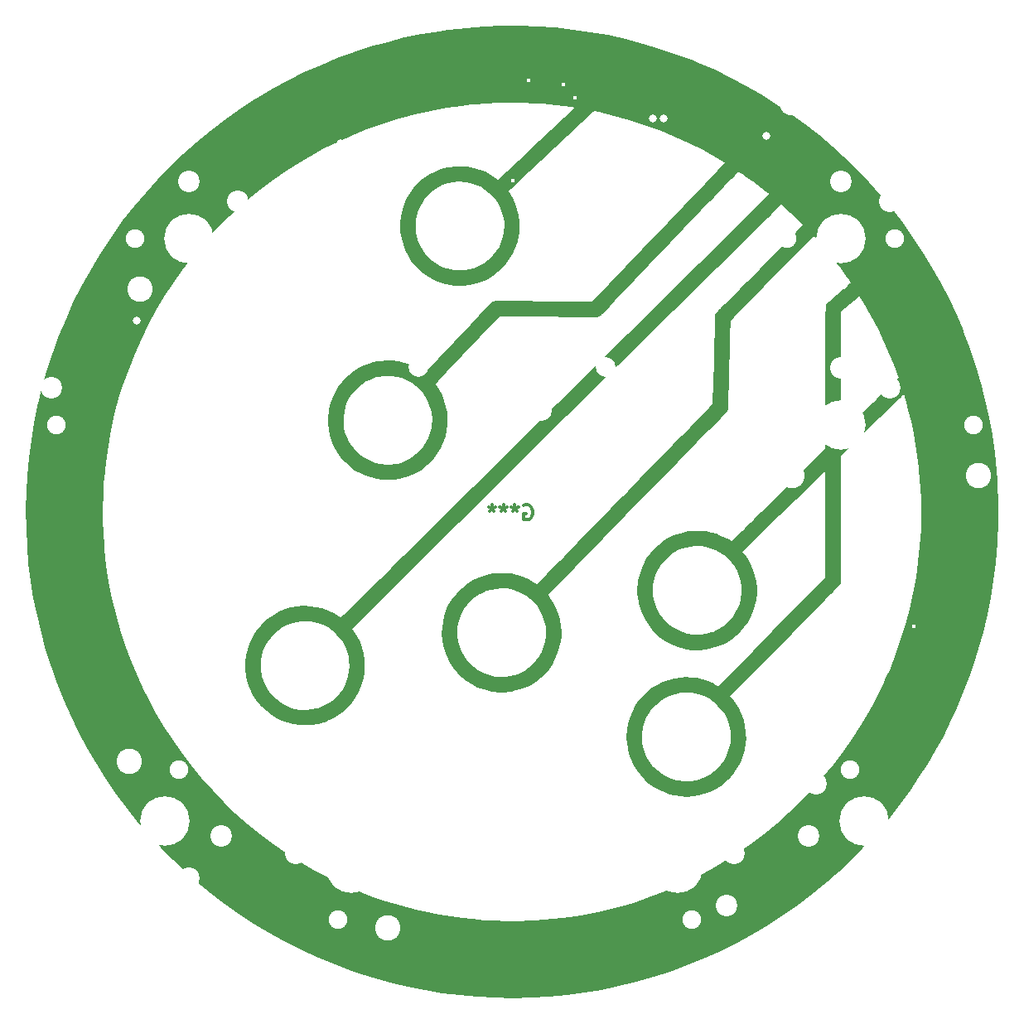
<source format=gbr>
%TF.GenerationSoftware,KiCad,Pcbnew,(6.0.10)*%
%TF.CreationDate,2023-02-07T21:59:56+13:00*%
%TF.ProjectId,orthoCode,6f727468-6f43-46f6-9465-2e6b69636164,rev?*%
%TF.SameCoordinates,Original*%
%TF.FileFunction,Legend,Bot*%
%TF.FilePolarity,Positive*%
%FSLAX46Y46*%
G04 Gerber Fmt 4.6, Leading zero omitted, Abs format (unit mm)*
G04 Created by KiCad (PCBNEW (6.0.10)) date 2023-02-07 21:59:56*
%MOMM*%
%LPD*%
G01*
G04 APERTURE LIST*
%ADD10C,0.300000*%
%ADD11C,2.000000*%
%ADD12C,2.200000*%
%ADD13C,2.600000*%
%ADD14C,5.050000*%
%ADD15C,1.900000*%
%ADD16O,1.200000X2.200000*%
%ADD17O,1.200000X2.700000*%
%ADD18O,1.200000X2.600000*%
%ADD19C,0.800000*%
%ADD20C,0.400000*%
G04 APERTURE END LIST*
D10*
%TO.C,G\u002A\u002A\u002A*%
X203342571Y-132038000D02*
X203487714Y-131965428D01*
X203705428Y-131965428D01*
X203923142Y-132038000D01*
X204068285Y-132183142D01*
X204140857Y-132328285D01*
X204213428Y-132618571D01*
X204213428Y-132836285D01*
X204140857Y-133126571D01*
X204068285Y-133271714D01*
X203923142Y-133416857D01*
X203705428Y-133489428D01*
X203560285Y-133489428D01*
X203342571Y-133416857D01*
X203270000Y-133344285D01*
X203270000Y-132836285D01*
X203560285Y-132836285D01*
X202399142Y-131965428D02*
X202399142Y-132328285D01*
X202762000Y-132183142D02*
X202399142Y-132328285D01*
X202036285Y-132183142D01*
X202616857Y-132618571D02*
X202399142Y-132328285D01*
X202181428Y-132618571D01*
X201238000Y-131965428D02*
X201238000Y-132328285D01*
X201600857Y-132183142D02*
X201238000Y-132328285D01*
X200875142Y-132183142D01*
X201455714Y-132618571D02*
X201238000Y-132328285D01*
X201020285Y-132618571D01*
X200076857Y-131965428D02*
X200076857Y-132328285D01*
X200439714Y-132183142D02*
X200076857Y-132328285D01*
X199714000Y-132183142D01*
X200294571Y-132618571D02*
X200076857Y-132328285D01*
X199859142Y-132618571D01*
G36*
X251796290Y-133518257D02*
G01*
X251793519Y-133916598D01*
X251788939Y-134274555D01*
X251782183Y-134602050D01*
X251772885Y-134909002D01*
X251760679Y-135205331D01*
X251745200Y-135500960D01*
X251726082Y-135805807D01*
X251702958Y-136129794D01*
X251675464Y-136482840D01*
X251643232Y-136874866D01*
X251542592Y-137942230D01*
X251324232Y-139714833D01*
X251043017Y-141468331D01*
X250697970Y-143207479D01*
X250288108Y-144937031D01*
X249812453Y-146661742D01*
X249270023Y-148386364D01*
X249191750Y-148619452D01*
X248870653Y-149544546D01*
X248546925Y-150424636D01*
X248213845Y-151275988D01*
X247864692Y-152114871D01*
X247492746Y-152957553D01*
X247091284Y-153820301D01*
X246653587Y-154719385D01*
X246206016Y-155600481D01*
X245424491Y-157046237D01*
X244603806Y-158450437D01*
X243736815Y-159824665D01*
X242816371Y-161180507D01*
X241835327Y-162529546D01*
X241317878Y-163207618D01*
X240788405Y-163877546D01*
X240256535Y-164524836D01*
X239713353Y-165159691D01*
X239149946Y-165792317D01*
X238557397Y-166432917D01*
X237926791Y-167091696D01*
X237249213Y-167778859D01*
X237189150Y-167838937D01*
X236732335Y-168292383D01*
X236309465Y-168705133D01*
X235910725Y-169086235D01*
X235526301Y-169444738D01*
X235146377Y-169789688D01*
X234761139Y-170130135D01*
X234360772Y-170475126D01*
X233935461Y-170833709D01*
X232606522Y-171905834D01*
X231141311Y-173004672D01*
X229641387Y-174045872D01*
X228108302Y-175028837D01*
X226543607Y-175952971D01*
X224948853Y-176817676D01*
X223325592Y-177622355D01*
X221675374Y-178366411D01*
X219999752Y-179049248D01*
X218300277Y-179670268D01*
X216578499Y-180228874D01*
X214835971Y-180724470D01*
X213074242Y-181156458D01*
X211294866Y-181524241D01*
X209499392Y-181827223D01*
X207689373Y-182064807D01*
X205866359Y-182236394D01*
X204031902Y-182341390D01*
X202237136Y-182377903D01*
X200423236Y-182347875D01*
X198609292Y-182251144D01*
X196798464Y-182088169D01*
X194993913Y-181859412D01*
X193198799Y-181565330D01*
X191416284Y-181206383D01*
X189649528Y-180783032D01*
X187901692Y-180295736D01*
X186175936Y-179744953D01*
X185534051Y-179521814D01*
X183831012Y-178880633D01*
X182151799Y-178176581D01*
X180498776Y-177411007D01*
X178874308Y-176585257D01*
X177280756Y-175700680D01*
X175720486Y-174758623D01*
X174195861Y-173760435D01*
X172709244Y-172707461D01*
X171263000Y-171601051D01*
X169859492Y-170442551D01*
X168834761Y-169539944D01*
X167495480Y-168282850D01*
X166207415Y-166982612D01*
X164971380Y-165640709D01*
X163788190Y-164258619D01*
X162658658Y-162837822D01*
X161583599Y-161379794D01*
X160563828Y-159886016D01*
X159600157Y-158357966D01*
X158693403Y-156797122D01*
X157844378Y-155204962D01*
X157053897Y-153582966D01*
X156322775Y-151932611D01*
X155651825Y-150255376D01*
X155041862Y-148552741D01*
X154493700Y-146826183D01*
X154008152Y-145077180D01*
X153586035Y-143307213D01*
X153228161Y-141517758D01*
X152935345Y-139710294D01*
X152716638Y-137952394D01*
X152560204Y-136161805D01*
X152468655Y-134361992D01*
X152441829Y-132557086D01*
X152447936Y-132264836D01*
X160324381Y-132264836D01*
X160330987Y-133563287D01*
X160374648Y-134846586D01*
X160455362Y-136093850D01*
X160491700Y-136515490D01*
X160678165Y-138190977D01*
X160930438Y-139849751D01*
X161248408Y-141491414D01*
X161631966Y-143115565D01*
X162081002Y-144721806D01*
X162595407Y-146309736D01*
X163175072Y-147878956D01*
X163819886Y-149429067D01*
X164529741Y-150959668D01*
X164836968Y-151576177D01*
X165629310Y-153059829D01*
X166477953Y-154506601D01*
X167381511Y-155915092D01*
X168338595Y-157283900D01*
X169347817Y-158611624D01*
X170407788Y-159896863D01*
X171517120Y-161138214D01*
X172674426Y-162334278D01*
X173878316Y-163483651D01*
X175127404Y-164584933D01*
X176420299Y-165636722D01*
X177755615Y-166637617D01*
X179131963Y-167586216D01*
X180547954Y-168481118D01*
X182002201Y-169320921D01*
X183493316Y-170104224D01*
X184817889Y-170739515D01*
X186289562Y-171381564D01*
X187770468Y-171960080D01*
X189267194Y-172477327D01*
X190786330Y-172935567D01*
X192334463Y-173337062D01*
X193918182Y-173684075D01*
X194785769Y-173849018D01*
X195906432Y-174035218D01*
X197017081Y-174187769D01*
X198136015Y-174308855D01*
X199281531Y-174400656D01*
X200471925Y-174465352D01*
X200615258Y-174471092D01*
X201353690Y-174490570D01*
X202134283Y-174495818D01*
X202936967Y-174487186D01*
X203741673Y-174465024D01*
X204528331Y-174429681D01*
X205276872Y-174381509D01*
X206343847Y-174287633D01*
X208015783Y-174085546D01*
X209671055Y-173817684D01*
X211309104Y-173484200D01*
X212929371Y-173085250D01*
X214531296Y-172620987D01*
X216114320Y-172091566D01*
X217677882Y-171497141D01*
X219221424Y-170837867D01*
X220744385Y-170113898D01*
X221135886Y-169916704D01*
X221573630Y-169691682D01*
X221979270Y-169477137D01*
X222369455Y-169263944D01*
X222760834Y-169042976D01*
X223170056Y-168805110D01*
X223613770Y-168541219D01*
X223755657Y-168455690D01*
X225171349Y-167558911D01*
X226548220Y-166606993D01*
X227884783Y-165601474D01*
X229179549Y-164543893D01*
X230431032Y-163435787D01*
X231637743Y-162278695D01*
X232798194Y-161074154D01*
X233910899Y-159823703D01*
X234974369Y-158528880D01*
X235987116Y-157191224D01*
X236947654Y-155812271D01*
X237854495Y-154393561D01*
X238706150Y-152936631D01*
X238815685Y-152736270D01*
X238956326Y-152471264D01*
X239114476Y-152167101D01*
X239284636Y-151834790D01*
X239461308Y-151485338D01*
X239638995Y-151129754D01*
X239812196Y-150779045D01*
X239975416Y-150444220D01*
X240123154Y-150136287D01*
X240249912Y-149866253D01*
X240350193Y-149645128D01*
X240701543Y-148827875D01*
X241313314Y-147284500D01*
X241859320Y-145735464D01*
X242340360Y-144177352D01*
X242757234Y-142606752D01*
X243110739Y-141020249D01*
X243401675Y-139414428D01*
X243630842Y-137785877D01*
X243799037Y-136131180D01*
X243907060Y-134446925D01*
X243909005Y-134402592D01*
X243917991Y-134128032D01*
X243924467Y-133802419D01*
X243928522Y-133436567D01*
X243930247Y-133041289D01*
X243929732Y-132627399D01*
X243927067Y-132205710D01*
X243922342Y-131787037D01*
X243915648Y-131382193D01*
X243907074Y-131001991D01*
X243896710Y-130657246D01*
X243884647Y-130358771D01*
X243870975Y-130117380D01*
X243820264Y-129442987D01*
X243702195Y-128190966D01*
X243554898Y-126981025D01*
X243376217Y-125799572D01*
X243163999Y-124633018D01*
X242916089Y-123467771D01*
X242630333Y-122290241D01*
X242624524Y-122267649D01*
X242514162Y-121842994D01*
X242418535Y-121484308D01*
X242337559Y-121191299D01*
X242271148Y-120963674D01*
X242219216Y-120801139D01*
X242181679Y-120703403D01*
X242158450Y-120670173D01*
X242154335Y-120672877D01*
X242110860Y-120711644D01*
X242022735Y-120794238D01*
X241892818Y-120917891D01*
X241723967Y-121079833D01*
X241519042Y-121277294D01*
X241280902Y-121507504D01*
X241012404Y-121767696D01*
X240716409Y-122055099D01*
X240395775Y-122366944D01*
X240053361Y-122700462D01*
X239692025Y-123052883D01*
X239314627Y-123421437D01*
X238924025Y-123803357D01*
X235719519Y-126938539D01*
X235719519Y-133273705D01*
X235719676Y-133992017D01*
X235720162Y-134700184D01*
X235720963Y-135372059D01*
X235722069Y-136005209D01*
X235723466Y-136597203D01*
X235725145Y-137145607D01*
X235727092Y-137647989D01*
X235729296Y-138101916D01*
X235731745Y-138504957D01*
X235734427Y-138854678D01*
X235737330Y-139148647D01*
X235740443Y-139384432D01*
X235743753Y-139559600D01*
X235747249Y-139671719D01*
X235750919Y-139718356D01*
X235763686Y-139789136D01*
X235749602Y-139938854D01*
X235746169Y-139945895D01*
X235718843Y-139982457D01*
X235663998Y-140046331D01*
X235580441Y-140138746D01*
X235466977Y-140260934D01*
X235322411Y-140414123D01*
X235145548Y-140599543D01*
X234935193Y-140818424D01*
X234690153Y-141071996D01*
X234409233Y-141361488D01*
X234091237Y-141688130D01*
X233734972Y-142053152D01*
X233339242Y-142457784D01*
X232902853Y-142903255D01*
X232424610Y-143390796D01*
X231903320Y-143921635D01*
X231337786Y-144497003D01*
X230726815Y-145118130D01*
X230069211Y-145786244D01*
X224421538Y-151522623D01*
X224625013Y-151762715D01*
X224989331Y-152240235D01*
X225313450Y-152770857D01*
X225580153Y-153330134D01*
X225788385Y-153912604D01*
X225937089Y-154512809D01*
X226025212Y-155125290D01*
X226041668Y-155510056D01*
X226051699Y-155744585D01*
X226015494Y-156365237D01*
X225915543Y-156981785D01*
X225750790Y-157588770D01*
X225678881Y-157787583D01*
X225554608Y-158082843D01*
X225407342Y-158393738D01*
X225247309Y-158699980D01*
X225084735Y-158981284D01*
X224929845Y-159217363D01*
X224849478Y-159325344D01*
X224663874Y-159553195D01*
X224450479Y-159793847D01*
X224225560Y-160029908D01*
X224005386Y-160243985D01*
X223806223Y-160418687D01*
X223429597Y-160702273D01*
X222898375Y-161032399D01*
X222345191Y-161302309D01*
X221774561Y-161512466D01*
X221191001Y-161663330D01*
X220599026Y-161755362D01*
X220003152Y-161789022D01*
X219407894Y-161764773D01*
X218817768Y-161683074D01*
X218237288Y-161544386D01*
X217670972Y-161349171D01*
X217123334Y-161097889D01*
X216598890Y-160791001D01*
X216102155Y-160428968D01*
X215637645Y-160012251D01*
X215209876Y-159541310D01*
X214903264Y-159132873D01*
X214575299Y-158597149D01*
X214306464Y-158034197D01*
X214097654Y-157448947D01*
X213949765Y-156846324D01*
X213863694Y-156231256D01*
X213847118Y-155789442D01*
X215417910Y-155789442D01*
X215424484Y-156050661D01*
X215444150Y-156267279D01*
X215508562Y-156628547D01*
X215656557Y-157159251D01*
X215864930Y-157660264D01*
X216135352Y-158135369D01*
X216469493Y-158588346D01*
X216599441Y-158738557D01*
X216989617Y-159119927D01*
X217422238Y-159449456D01*
X217893996Y-159725114D01*
X218401586Y-159944869D01*
X218941701Y-160106691D01*
X218983263Y-160116175D01*
X219273462Y-160165315D01*
X219603076Y-160196657D01*
X219949201Y-160208619D01*
X220288935Y-160199623D01*
X220372357Y-160193725D01*
X220895778Y-160118568D01*
X221400562Y-159981251D01*
X221882439Y-159785544D01*
X222337140Y-159535214D01*
X222760396Y-159234031D01*
X223147938Y-158885764D01*
X223495497Y-158494180D01*
X223798803Y-158063048D01*
X224053588Y-157596137D01*
X224255583Y-157097216D01*
X224400519Y-156570054D01*
X224414975Y-156490080D01*
X224438610Y-156287387D01*
X224454671Y-156044537D01*
X224462999Y-155779453D01*
X224463435Y-155510056D01*
X224455818Y-155254269D01*
X224439988Y-155030015D01*
X224415788Y-154855214D01*
X224294996Y-154374548D01*
X224100880Y-153857942D01*
X223846172Y-153371993D01*
X223530964Y-152916871D01*
X223155348Y-152492749D01*
X223126635Y-152464079D01*
X222705179Y-152093013D01*
X222249238Y-151779219D01*
X221762404Y-151524596D01*
X221248270Y-151331042D01*
X220710428Y-151200456D01*
X220580913Y-151182322D01*
X220351503Y-151164566D01*
X220088899Y-151156403D01*
X219813140Y-151157642D01*
X219544264Y-151168091D01*
X219302310Y-151187556D01*
X219107314Y-151215845D01*
X218698385Y-151316250D01*
X218183414Y-151501608D01*
X217699319Y-151743722D01*
X217250095Y-152038720D01*
X216839736Y-152382728D01*
X216472237Y-152771875D01*
X216151593Y-153202289D01*
X215881797Y-153670097D01*
X215666845Y-154171427D01*
X215510730Y-154702407D01*
X215504066Y-154732666D01*
X215467507Y-154955234D01*
X215440345Y-155220023D01*
X215423505Y-155505328D01*
X215417910Y-155789442D01*
X213847118Y-155789442D01*
X213840336Y-155608670D01*
X213880590Y-154983493D01*
X213985350Y-154360653D01*
X214155512Y-153745077D01*
X214212533Y-153581460D01*
X214460241Y-152997149D01*
X214762515Y-152449226D01*
X215115536Y-151940442D01*
X215515487Y-151473544D01*
X215958549Y-151051280D01*
X216440905Y-150676401D01*
X216958736Y-150351654D01*
X217508225Y-150079788D01*
X218085552Y-149863552D01*
X218686901Y-149705695D01*
X219308453Y-149608965D01*
X219946391Y-149576111D01*
X220405446Y-149592038D01*
X221005636Y-149665206D01*
X221590132Y-149799587D01*
X222167225Y-149997206D01*
X222745207Y-150260090D01*
X222827768Y-150301846D01*
X222978484Y-150376280D01*
X223101897Y-150434865D01*
X223187017Y-150472450D01*
X223222854Y-150483886D01*
X223232000Y-150475228D01*
X223284169Y-150423275D01*
X223380606Y-150326296D01*
X223519196Y-150186437D01*
X223697822Y-150005844D01*
X223914368Y-149786664D01*
X224166719Y-149531042D01*
X224452757Y-149241126D01*
X224770368Y-148919062D01*
X225117434Y-148566996D01*
X225491840Y-148187074D01*
X225891470Y-147781443D01*
X226314208Y-147352249D01*
X226757937Y-146901639D01*
X227220541Y-146431758D01*
X227699905Y-145944753D01*
X228193913Y-145442770D01*
X228700447Y-144927957D01*
X234157487Y-139381181D01*
X234157487Y-128477833D01*
X233724532Y-128897954D01*
X233704501Y-128917417D01*
X233614908Y-129004707D01*
X233480834Y-129135557D01*
X233305287Y-129307024D01*
X233091274Y-129516168D01*
X232841804Y-129760047D01*
X232559882Y-130035718D01*
X232248518Y-130340241D01*
X231910718Y-130670674D01*
X231549490Y-131024075D01*
X231167841Y-131397503D01*
X230768779Y-131788016D01*
X230355312Y-132192672D01*
X229930447Y-132608530D01*
X229497192Y-133032649D01*
X225702805Y-136747223D01*
X225867905Y-136955363D01*
X225914680Y-137015230D01*
X226250182Y-137504489D01*
X226537694Y-138034399D01*
X226774229Y-138595618D01*
X226956797Y-139178803D01*
X227082412Y-139774608D01*
X227148084Y-140373692D01*
X227150185Y-140828193D01*
X227150825Y-140966711D01*
X227148900Y-141002702D01*
X227080501Y-141638707D01*
X226950006Y-142254674D01*
X226760453Y-142847033D01*
X226514880Y-143412211D01*
X226216324Y-143946640D01*
X225867823Y-144446747D01*
X225472414Y-144908963D01*
X225033135Y-145329716D01*
X224553023Y-145705436D01*
X224035116Y-146032553D01*
X223482451Y-146307495D01*
X222898067Y-146526692D01*
X222285000Y-146686574D01*
X221843712Y-146760753D01*
X221223689Y-146809544D01*
X220610767Y-146795132D01*
X220008874Y-146720062D01*
X219421935Y-146586878D01*
X218853874Y-146398124D01*
X218308619Y-146156344D01*
X217790093Y-145864082D01*
X217302224Y-145523883D01*
X216848936Y-145138290D01*
X216434154Y-144709848D01*
X216061806Y-144241101D01*
X215735815Y-143734593D01*
X215460108Y-143192869D01*
X215238610Y-142618471D01*
X215075246Y-142013945D01*
X215047900Y-141876983D01*
X214983781Y-141435129D01*
X214948597Y-140970805D01*
X214945723Y-140738914D01*
X216518858Y-140738914D01*
X216526364Y-141034148D01*
X216546397Y-141306039D01*
X216578963Y-141533193D01*
X216590221Y-141588688D01*
X216736362Y-142123869D01*
X216944272Y-142634601D01*
X217210816Y-143115875D01*
X217532857Y-143562678D01*
X217907261Y-143970000D01*
X218330892Y-144332830D01*
X218522158Y-144466994D01*
X218850212Y-144662014D01*
X219206955Y-144839621D01*
X219568868Y-144988447D01*
X219912433Y-145097127D01*
X219972138Y-145112484D01*
X220118548Y-145147732D01*
X220247584Y-145173047D01*
X220376305Y-145190391D01*
X220521768Y-145201725D01*
X220701031Y-145209008D01*
X220931150Y-145214200D01*
X220956625Y-145214648D01*
X221269731Y-145215719D01*
X221534390Y-145205819D01*
X221768242Y-145182584D01*
X221988931Y-145143652D01*
X222214095Y-145086659D01*
X222461378Y-145009244D01*
X222673198Y-144934311D01*
X222980529Y-144806019D01*
X223265180Y-144658138D01*
X223548407Y-144479174D01*
X223851471Y-144257633D01*
X223858493Y-144252209D01*
X224257419Y-143901020D01*
X224611266Y-143502002D01*
X224916449Y-143061038D01*
X225169384Y-142584014D01*
X225366484Y-142076812D01*
X225504165Y-141545317D01*
X225522662Y-141438512D01*
X225554781Y-141149256D01*
X225570349Y-140828193D01*
X225569190Y-140499310D01*
X225551131Y-140186595D01*
X225515999Y-139914038D01*
X225481594Y-139741185D01*
X225334885Y-139222794D01*
X225130852Y-138732812D01*
X224873858Y-138274773D01*
X224568263Y-137852209D01*
X224218428Y-137468652D01*
X223828715Y-137127635D01*
X223403483Y-136832690D01*
X222947095Y-136587350D01*
X222463911Y-136395148D01*
X221958292Y-136259615D01*
X221434599Y-136184285D01*
X220897193Y-136172690D01*
X220824437Y-136175963D01*
X220358171Y-136219080D01*
X219927405Y-136302035D01*
X219511970Y-136429676D01*
X219091699Y-136606854D01*
X218669997Y-136835960D01*
X218230633Y-137145218D01*
X217832197Y-137504344D01*
X217478274Y-137908664D01*
X217172447Y-138353501D01*
X216918301Y-138834179D01*
X216719419Y-139346024D01*
X216579386Y-139884359D01*
X216571448Y-139927112D01*
X216541405Y-140164001D01*
X216523873Y-140441733D01*
X216518858Y-140738914D01*
X214945723Y-140738914D01*
X214942821Y-140504755D01*
X214966926Y-140057728D01*
X215021384Y-139650470D01*
X215121606Y-139197157D01*
X215313766Y-138586246D01*
X215563556Y-138006348D01*
X215867923Y-137460566D01*
X216223811Y-136952001D01*
X216628168Y-136483755D01*
X217077939Y-136058930D01*
X217570069Y-135680628D01*
X218101504Y-135351951D01*
X218669190Y-135076000D01*
X219270073Y-134855877D01*
X219901099Y-134694685D01*
X220024093Y-134670989D01*
X220150531Y-134650730D01*
X220278119Y-134636212D01*
X220420208Y-134626557D01*
X220590148Y-134620887D01*
X220801288Y-134618323D01*
X221066979Y-134617988D01*
X221302956Y-134618949D01*
X221519268Y-134621871D01*
X221691934Y-134627591D01*
X221833874Y-134636998D01*
X221958009Y-134650980D01*
X222077259Y-134670427D01*
X222204546Y-134696226D01*
X222566191Y-134785429D01*
X223037592Y-134933412D01*
X223493737Y-135111061D01*
X223917269Y-135311461D01*
X224290831Y-135527692D01*
X224526448Y-135680175D01*
X224990732Y-135233336D01*
X225012936Y-135211908D01*
X225104117Y-135123442D01*
X225239984Y-134991196D01*
X225417756Y-134817890D01*
X225634649Y-134606242D01*
X225887884Y-134358972D01*
X226174677Y-134078799D01*
X226492247Y-133768443D01*
X226837813Y-133430622D01*
X227208593Y-133068056D01*
X227601804Y-132683464D01*
X228014666Y-132279565D01*
X228444397Y-131859079D01*
X228888214Y-131424725D01*
X229343336Y-130979221D01*
X229806982Y-130525288D01*
X234158948Y-126264079D01*
X234156717Y-118902822D01*
X234156607Y-118497573D01*
X234156603Y-118471432D01*
X235719519Y-118471432D01*
X235719545Y-118963266D01*
X235719658Y-119595515D01*
X235719854Y-120206774D01*
X235720131Y-120793693D01*
X235720482Y-121352919D01*
X235720905Y-121881100D01*
X235721393Y-122374885D01*
X235721943Y-122830922D01*
X235722549Y-123245858D01*
X235723208Y-123616343D01*
X235723915Y-123939025D01*
X235724666Y-124210551D01*
X235725455Y-124427569D01*
X235726278Y-124586729D01*
X235727131Y-124684678D01*
X235728008Y-124718064D01*
X235735933Y-124710952D01*
X235785983Y-124663097D01*
X235878962Y-124573173D01*
X236011271Y-124444699D01*
X236179306Y-124281193D01*
X236379466Y-124086177D01*
X236608152Y-123863170D01*
X236861760Y-123615690D01*
X237136689Y-123347258D01*
X237429339Y-123061394D01*
X237736108Y-122761616D01*
X238053394Y-122451445D01*
X238377596Y-122134400D01*
X238705114Y-121814001D01*
X239032344Y-121493767D01*
X239355687Y-121177218D01*
X239671540Y-120867873D01*
X239976303Y-120569252D01*
X240266374Y-120284875D01*
X240538151Y-120018261D01*
X240788034Y-119772930D01*
X241628874Y-118947008D01*
X241421179Y-118377448D01*
X241312014Y-118081931D01*
X240766661Y-116704038D01*
X240162352Y-115325839D01*
X239505004Y-113959752D01*
X238800532Y-112618190D01*
X238054855Y-111313570D01*
X237980283Y-111189123D01*
X237870229Y-111007927D01*
X237774281Y-110852928D01*
X237697525Y-110732209D01*
X237645051Y-110653851D01*
X237621945Y-110625936D01*
X237592116Y-110646874D01*
X237516504Y-110707080D01*
X237401062Y-110801647D01*
X237251703Y-110925663D01*
X237074339Y-111074219D01*
X236874885Y-111242404D01*
X236659254Y-111425309D01*
X235719519Y-112224681D01*
X235719519Y-118471432D01*
X234156603Y-118471432D01*
X234156475Y-117673999D01*
X234156499Y-116914774D01*
X234156691Y-116217463D01*
X234157067Y-115579634D01*
X234157641Y-114998850D01*
X234158426Y-114472679D01*
X234159436Y-113998685D01*
X234160685Y-113574435D01*
X234162188Y-113197494D01*
X234163959Y-112865429D01*
X234166010Y-112575804D01*
X234168357Y-112326186D01*
X234171014Y-112114140D01*
X234173994Y-111937233D01*
X234177311Y-111793029D01*
X234180980Y-111679096D01*
X234185014Y-111592997D01*
X234189428Y-111532300D01*
X234194235Y-111494570D01*
X234199450Y-111477372D01*
X234203156Y-111472407D01*
X234226527Y-111446411D01*
X234267690Y-111406175D01*
X234330055Y-111348741D01*
X234417033Y-111271154D01*
X234532035Y-111170458D01*
X234678472Y-111043695D01*
X234859755Y-110887910D01*
X235079294Y-110700146D01*
X235340500Y-110477448D01*
X235646785Y-110216858D01*
X236001559Y-109915421D01*
X236037876Y-109884545D01*
X236224642Y-109724656D01*
X236392107Y-109579490D01*
X236533735Y-109454844D01*
X236642989Y-109356515D01*
X236713335Y-109290300D01*
X236738236Y-109261996D01*
X236736835Y-109255270D01*
X236706678Y-109197517D01*
X236640495Y-109093541D01*
X236542657Y-108949297D01*
X236417538Y-108770738D01*
X236269509Y-108563819D01*
X236102941Y-108334494D01*
X235922207Y-108088717D01*
X235731678Y-107832443D01*
X235535727Y-107571625D01*
X235338726Y-107312218D01*
X235145045Y-107060177D01*
X234959057Y-106821454D01*
X234785135Y-106602005D01*
X234769136Y-106582046D01*
X234595516Y-106367411D01*
X234409247Y-106140304D01*
X234215397Y-105906630D01*
X234019035Y-105672294D01*
X233825230Y-105443201D01*
X233639049Y-105225256D01*
X233465560Y-105024364D01*
X233309833Y-104846431D01*
X233176935Y-104697361D01*
X233071934Y-104583059D01*
X232999899Y-104509431D01*
X232965898Y-104482383D01*
X232959121Y-104488052D01*
X232910976Y-104534466D01*
X232818756Y-104625637D01*
X232684869Y-104759135D01*
X232511722Y-104932536D01*
X232301720Y-105143412D01*
X232057272Y-105389336D01*
X231780784Y-105667881D01*
X231474662Y-105976620D01*
X231141315Y-106313127D01*
X230783148Y-106674974D01*
X230402569Y-107059735D01*
X230001984Y-107464983D01*
X229583801Y-107888291D01*
X229150426Y-108327232D01*
X228704267Y-108779379D01*
X228375860Y-109112327D01*
X227868393Y-109627012D01*
X227405564Y-110096734D01*
X226985397Y-110523538D01*
X226605920Y-110909471D01*
X226265159Y-111256579D01*
X225961140Y-111566908D01*
X225691890Y-111842504D01*
X225455434Y-112085414D01*
X225249798Y-112297684D01*
X225073010Y-112481360D01*
X224923096Y-112638487D01*
X224798081Y-112771113D01*
X224695992Y-112881284D01*
X224614856Y-112971045D01*
X224552698Y-113042443D01*
X224507545Y-113097524D01*
X224477423Y-113138334D01*
X224460359Y-113166920D01*
X224454379Y-113185328D01*
X224453965Y-113193190D01*
X224451607Y-113259951D01*
X224447650Y-113387935D01*
X224442229Y-113572164D01*
X224435477Y-113807659D01*
X224427528Y-114089443D01*
X224418517Y-114412538D01*
X224408578Y-114771966D01*
X224397844Y-115162748D01*
X224386450Y-115579906D01*
X224374529Y-116018464D01*
X224362215Y-116473441D01*
X224349643Y-116939862D01*
X224336947Y-117412746D01*
X224324260Y-117887118D01*
X224311717Y-118357997D01*
X224299451Y-118820407D01*
X224287597Y-119269369D01*
X224276288Y-119699906D01*
X224265659Y-120107038D01*
X224255843Y-120485789D01*
X224246975Y-120831181D01*
X224239188Y-121138234D01*
X224232617Y-121401971D01*
X224227396Y-121617415D01*
X224224794Y-121713397D01*
X224215544Y-121940222D01*
X224203340Y-122120628D01*
X224188747Y-122247454D01*
X224172333Y-122313538D01*
X224153161Y-122344187D01*
X224087117Y-122425550D01*
X224003400Y-122510963D01*
X223977099Y-122537084D01*
X223904033Y-122611046D01*
X223786770Y-122730342D01*
X223627029Y-122893214D01*
X223426527Y-123097904D01*
X223186981Y-123342653D01*
X222910108Y-123625703D01*
X222597627Y-123945295D01*
X222251255Y-124299673D01*
X221872708Y-124687076D01*
X221463706Y-125105747D01*
X221025965Y-125553927D01*
X220561202Y-126029858D01*
X220071136Y-126531783D01*
X219557483Y-127057942D01*
X219021961Y-127606577D01*
X218466288Y-128175930D01*
X217892182Y-128764243D01*
X217301359Y-129369757D01*
X216695537Y-129990715D01*
X216076434Y-130625357D01*
X215445767Y-131271925D01*
X214979603Y-131749854D01*
X214349973Y-132395322D01*
X213730757Y-133030056D01*
X213123804Y-133652162D01*
X212530966Y-134259744D01*
X211954092Y-134850909D01*
X211395031Y-135423762D01*
X210855634Y-135976407D01*
X210337751Y-136506952D01*
X209843231Y-137013501D01*
X209373925Y-137494159D01*
X208931682Y-137947033D01*
X208518353Y-138370227D01*
X208135788Y-138761847D01*
X207785836Y-139119999D01*
X207470347Y-139442788D01*
X207191172Y-139728319D01*
X206950160Y-139974698D01*
X206749161Y-140180030D01*
X206590025Y-140342421D01*
X206474603Y-140459977D01*
X206404744Y-140530802D01*
X205792822Y-141147567D01*
X205894489Y-141277861D01*
X206037671Y-141469863D01*
X206360457Y-141976664D01*
X206633698Y-142518360D01*
X206854724Y-143086185D01*
X207020863Y-143671371D01*
X207129447Y-144265153D01*
X207177804Y-144858764D01*
X207173374Y-145036921D01*
X207163266Y-145443438D01*
X207115349Y-145867501D01*
X206990122Y-146505366D01*
X206805349Y-147114969D01*
X206563556Y-147693446D01*
X206267269Y-148237933D01*
X205919016Y-148745565D01*
X205521324Y-149213479D01*
X205076718Y-149638809D01*
X204587726Y-150018692D01*
X204056874Y-150350263D01*
X203486689Y-150630657D01*
X202879697Y-150857010D01*
X202238426Y-151026458D01*
X202217166Y-151030971D01*
X202071932Y-151060376D01*
X201943958Y-151082250D01*
X201819049Y-151097687D01*
X201683011Y-151107786D01*
X201521650Y-151113641D01*
X201320770Y-151116351D01*
X201066177Y-151117010D01*
X201028908Y-151117001D01*
X200782235Y-151116134D01*
X200587397Y-151113071D01*
X200430200Y-151106717D01*
X200296450Y-151095975D01*
X200171950Y-151079749D01*
X200042508Y-151056942D01*
X199893927Y-151026458D01*
X199860271Y-151019205D01*
X199218166Y-150846325D01*
X198609499Y-150615645D01*
X198036445Y-150328547D01*
X197501182Y-149986414D01*
X197005883Y-149590627D01*
X196552726Y-149142569D01*
X196143886Y-148643623D01*
X196109791Y-148596872D01*
X195768912Y-148068661D01*
X195488129Y-147515016D01*
X195267317Y-146940918D01*
X195106351Y-146351346D01*
X195005108Y-145751279D01*
X194963463Y-145145696D01*
X194967025Y-145024599D01*
X196550155Y-145024599D01*
X196551460Y-145202697D01*
X196561796Y-145488717D01*
X196584795Y-145737056D01*
X196623266Y-145966971D01*
X196680018Y-146197718D01*
X196757859Y-146448552D01*
X196927379Y-146880063D01*
X197179910Y-147358293D01*
X197485409Y-147800843D01*
X197839170Y-148203542D01*
X198236490Y-148562215D01*
X198672664Y-148872689D01*
X199142990Y-149130792D01*
X199642762Y-149332351D01*
X200167277Y-149473192D01*
X200194198Y-149478471D01*
X200388294Y-149508352D01*
X200617171Y-149532950D01*
X200860489Y-149551015D01*
X201097905Y-149561298D01*
X201309077Y-149562546D01*
X201473663Y-149553509D01*
X201844731Y-149498912D01*
X202384434Y-149365644D01*
X202895651Y-149174179D01*
X203374706Y-148927803D01*
X203817922Y-148629799D01*
X204221622Y-148283449D01*
X204582128Y-147892038D01*
X204895765Y-147458848D01*
X205158854Y-146987164D01*
X205367719Y-146480268D01*
X205518683Y-145941444D01*
X205522490Y-145923171D01*
X205547369Y-145754445D01*
X205566016Y-145539681D01*
X205578258Y-145295099D01*
X205583921Y-145036921D01*
X205582832Y-144781366D01*
X205574820Y-144544655D01*
X205559709Y-144343009D01*
X205537329Y-144192647D01*
X205460031Y-143882977D01*
X205274852Y-143342379D01*
X205035067Y-142838873D01*
X204742678Y-142375097D01*
X204399690Y-141953683D01*
X204008106Y-141577269D01*
X203569930Y-141248488D01*
X203087164Y-140969975D01*
X202878935Y-140871083D01*
X202441912Y-140701328D01*
X202002625Y-140585435D01*
X201544058Y-140519475D01*
X201049198Y-140499522D01*
X201026457Y-140499642D01*
X200499445Y-140529773D01*
X200005335Y-140613914D01*
X199533047Y-140754613D01*
X199071503Y-140954419D01*
X198814084Y-141093032D01*
X198347308Y-141400757D01*
X197927252Y-141756269D01*
X197556318Y-142156456D01*
X197236907Y-142598205D01*
X196971421Y-143078406D01*
X196762261Y-143593945D01*
X196611830Y-144141711D01*
X196598441Y-144209316D01*
X196575756Y-144363621D01*
X196560840Y-144541009D01*
X196552653Y-144756372D01*
X196550155Y-145024599D01*
X194967025Y-145024599D01*
X194981292Y-144539577D01*
X195058471Y-143937902D01*
X195194876Y-143345649D01*
X195390382Y-142767799D01*
X195644866Y-142209330D01*
X195958202Y-141675222D01*
X196330268Y-141170455D01*
X196428498Y-141056084D01*
X196605972Y-140864985D01*
X196806454Y-140662836D01*
X197013510Y-140465594D01*
X197210704Y-140289220D01*
X197381598Y-140149670D01*
X197657648Y-139953302D01*
X198166478Y-139650458D01*
X198712817Y-139392560D01*
X199283980Y-139185302D01*
X199867280Y-139034375D01*
X200194170Y-138976777D01*
X200810566Y-138919828D01*
X201431009Y-138927340D01*
X202048850Y-138998050D01*
X202657443Y-139130695D01*
X203250139Y-139324015D01*
X203820292Y-139576747D01*
X204361253Y-139887628D01*
X204654330Y-140077478D01*
X204850615Y-139876907D01*
X204879100Y-139847747D01*
X204955400Y-139769578D01*
X205075943Y-139646054D01*
X205238990Y-139478957D01*
X205442803Y-139270068D01*
X205685644Y-139021169D01*
X205965776Y-138734042D01*
X206281460Y-138410468D01*
X206630957Y-138052229D01*
X207012531Y-137661106D01*
X207424443Y-137238881D01*
X207864954Y-136787336D01*
X208332328Y-136308252D01*
X208824825Y-135803410D01*
X209340707Y-135274593D01*
X209878238Y-134723581D01*
X210435678Y-134152157D01*
X211011290Y-133562102D01*
X211603335Y-132955198D01*
X212210075Y-132333225D01*
X212829773Y-131697967D01*
X213460691Y-131051203D01*
X213952399Y-130547152D01*
X214577636Y-129906241D01*
X215191248Y-129277271D01*
X215791446Y-128662075D01*
X216376439Y-128062487D01*
X216944438Y-127480342D01*
X217493653Y-126917472D01*
X218022294Y-126375712D01*
X218528571Y-125856896D01*
X219010695Y-125362857D01*
X219466876Y-124895429D01*
X219895325Y-124456446D01*
X220294250Y-124047743D01*
X220661863Y-123671152D01*
X220996373Y-123328508D01*
X221295992Y-123021644D01*
X221558928Y-122752394D01*
X221783393Y-122522593D01*
X221967596Y-122334074D01*
X222109748Y-122188671D01*
X222208059Y-122088217D01*
X222260739Y-122034547D01*
X222646997Y-121643024D01*
X222767320Y-117263558D01*
X222769545Y-117182465D01*
X222784195Y-116642252D01*
X222798078Y-116119718D01*
X222811095Y-115619046D01*
X222823151Y-115144422D01*
X222834148Y-114700028D01*
X222843988Y-114290048D01*
X222852576Y-113918668D01*
X222859813Y-113590070D01*
X222865603Y-113308440D01*
X222869849Y-113077960D01*
X222872454Y-112902815D01*
X222873320Y-112787189D01*
X222872351Y-112735265D01*
X222870498Y-112715944D01*
X222868468Y-112591370D01*
X222891712Y-112483857D01*
X222947560Y-112379041D01*
X223043346Y-112262560D01*
X223186400Y-112120054D01*
X223189380Y-112117209D01*
X223242301Y-112065109D01*
X223339793Y-111967717D01*
X223479089Y-111827836D01*
X223657424Y-111648269D01*
X223872032Y-111431818D01*
X224120147Y-111181285D01*
X224399004Y-110899474D01*
X224705836Y-110589186D01*
X225037879Y-110253225D01*
X225392365Y-109894393D01*
X225766531Y-109515492D01*
X226157609Y-109119326D01*
X226562834Y-108708696D01*
X226979441Y-108286406D01*
X227404663Y-107855257D01*
X227835734Y-107418054D01*
X228269890Y-106977597D01*
X228704365Y-106536690D01*
X229136392Y-106098135D01*
X229563205Y-105664734D01*
X229982040Y-105239292D01*
X230390130Y-104824609D01*
X230784710Y-104423489D01*
X231163014Y-104038734D01*
X231522276Y-103673147D01*
X231864258Y-103325036D01*
X231440351Y-102898484D01*
X231432112Y-102890206D01*
X231310710Y-102770305D01*
X231161131Y-102625558D01*
X230990403Y-102462489D01*
X230805551Y-102287620D01*
X230613600Y-102107476D01*
X230421577Y-101928579D01*
X230236507Y-101757453D01*
X230065417Y-101600622D01*
X229915331Y-101464609D01*
X229793277Y-101355938D01*
X229706279Y-101281131D01*
X229661365Y-101246713D01*
X229651017Y-101254403D01*
X229595286Y-101305401D01*
X229491573Y-101403999D01*
X229340022Y-101550053D01*
X229140779Y-101743420D01*
X228893990Y-101983957D01*
X228599799Y-102271520D01*
X228258353Y-102605965D01*
X227869797Y-102987150D01*
X227434275Y-103414931D01*
X226951934Y-103889164D01*
X226422920Y-104409706D01*
X225847376Y-104976415D01*
X225225449Y-105589145D01*
X224557285Y-106247755D01*
X223843028Y-106952100D01*
X223082824Y-107702037D01*
X222276818Y-108497423D01*
X221425156Y-109338114D01*
X220527983Y-110223967D01*
X219585445Y-111154839D01*
X218597687Y-112130585D01*
X217564854Y-113151064D01*
X216487093Y-114216131D01*
X215364547Y-115325642D01*
X214197363Y-116479455D01*
X212985686Y-117677427D01*
X211729662Y-118919413D01*
X210429435Y-120205270D01*
X209085152Y-121534855D01*
X207696958Y-122908025D01*
X185775503Y-144593374D01*
X185988997Y-144902369D01*
X186319915Y-145435071D01*
X186601301Y-146009982D01*
X186818910Y-146603646D01*
X186972227Y-147212405D01*
X187060737Y-147832600D01*
X187083504Y-148449192D01*
X187083924Y-148460570D01*
X187041274Y-149092658D01*
X186932272Y-149725203D01*
X186756402Y-150354546D01*
X186700992Y-150512810D01*
X186452881Y-151093095D01*
X186145537Y-151642585D01*
X185781578Y-152157860D01*
X185363624Y-152635498D01*
X184894293Y-153072077D01*
X184376204Y-153464178D01*
X184234436Y-153555135D01*
X183983002Y-153699410D01*
X183701370Y-153845545D01*
X183410466Y-153983316D01*
X183131217Y-154102500D01*
X182884549Y-154192876D01*
X182294886Y-154353067D01*
X181669886Y-154457152D01*
X181044377Y-154496340D01*
X180422891Y-154471769D01*
X179809960Y-154384573D01*
X179210119Y-154235887D01*
X178627900Y-154026849D01*
X178067835Y-153758592D01*
X177534458Y-153432253D01*
X177032301Y-153048968D01*
X176565898Y-152609871D01*
X176367864Y-152393873D01*
X175975495Y-151897856D01*
X175642119Y-151371420D01*
X175366024Y-150811290D01*
X175145495Y-150214191D01*
X174978818Y-149576848D01*
X174969728Y-149533882D01*
X174941688Y-149393584D01*
X174920864Y-149268497D01*
X174906196Y-149144768D01*
X174896629Y-149008543D01*
X174891104Y-148845970D01*
X174888564Y-148643195D01*
X174887953Y-148386364D01*
X176452014Y-148386364D01*
X176453468Y-148540129D01*
X176472480Y-148912282D01*
X176516050Y-149247514D01*
X176587388Y-149566125D01*
X176689709Y-149888416D01*
X176786518Y-150135346D01*
X177030164Y-150624875D01*
X177326541Y-151077130D01*
X177671127Y-151488537D01*
X178059403Y-151855522D01*
X178486848Y-152174511D01*
X178948943Y-152441932D01*
X179441167Y-152654211D01*
X179959001Y-152807775D01*
X180497923Y-152899050D01*
X180672577Y-152914975D01*
X181142478Y-152925384D01*
X181600315Y-152883626D01*
X182071293Y-152787922D01*
X182294184Y-152725405D01*
X182808910Y-152532594D01*
X183291596Y-152282466D01*
X183738263Y-151978730D01*
X184144932Y-151625094D01*
X184507623Y-151225268D01*
X184822356Y-150782962D01*
X185085154Y-150301885D01*
X185292035Y-149785746D01*
X185388634Y-149441454D01*
X185472486Y-148954007D01*
X185504604Y-148449192D01*
X185484994Y-147942232D01*
X185413665Y-147448351D01*
X185290624Y-146982771D01*
X185278689Y-146947427D01*
X185083752Y-146465815D01*
X184838224Y-146018380D01*
X184536451Y-145596052D01*
X184172776Y-145189759D01*
X184154102Y-145170957D01*
X183742896Y-144803264D01*
X183302511Y-144495740D01*
X182829739Y-144246682D01*
X182321371Y-144054389D01*
X181774198Y-143917157D01*
X181616585Y-143892455D01*
X181337594Y-143867692D01*
X181030225Y-143858118D01*
X180717244Y-143863692D01*
X180421416Y-143884372D01*
X180165508Y-143920116D01*
X179661156Y-144044649D01*
X179147724Y-144235793D01*
X178667027Y-144482898D01*
X178222731Y-144782381D01*
X177818498Y-145130658D01*
X177457993Y-145524148D01*
X177144881Y-145959266D01*
X176882825Y-146432430D01*
X176675489Y-146940057D01*
X176526537Y-147478563D01*
X176498732Y-147620138D01*
X176475953Y-147776471D01*
X176461614Y-147943621D01*
X176454154Y-148140586D01*
X176452014Y-148386364D01*
X174887953Y-148386364D01*
X174887989Y-148309762D01*
X174889024Y-148069133D01*
X174892277Y-147878761D01*
X174898805Y-147724791D01*
X174909666Y-147593372D01*
X174925917Y-147470649D01*
X174948615Y-147342769D01*
X174978818Y-147195879D01*
X175006329Y-147072433D01*
X175186222Y-146442060D01*
X175424433Y-145842680D01*
X175718931Y-145277433D01*
X176067686Y-144749460D01*
X176468666Y-144261903D01*
X176919842Y-143817904D01*
X177419184Y-143420602D01*
X177783677Y-143177970D01*
X178337441Y-142873131D01*
X178910494Y-142632525D01*
X179505971Y-142455092D01*
X180127008Y-142339774D01*
X180776738Y-142285509D01*
X180947559Y-142281868D01*
X181559469Y-142309643D01*
X182167477Y-142399287D01*
X182763091Y-142548351D01*
X183337818Y-142754384D01*
X183883164Y-143014939D01*
X184390637Y-143327565D01*
X184626060Y-143491321D01*
X184922560Y-143213775D01*
X184944399Y-143192694D01*
X185015790Y-143122799D01*
X185133579Y-143006986D01*
X185296666Y-142846344D01*
X185503951Y-142641959D01*
X185754334Y-142394919D01*
X186046714Y-142106313D01*
X186379992Y-141777228D01*
X186753067Y-141408751D01*
X187164840Y-141001971D01*
X187614210Y-140557974D01*
X188100078Y-140077849D01*
X188621342Y-139562683D01*
X189176904Y-139013563D01*
X189765663Y-138431579D01*
X190386519Y-137817816D01*
X191038372Y-137173364D01*
X191720121Y-136499309D01*
X192430668Y-135796739D01*
X193168911Y-135066742D01*
X193933751Y-134310406D01*
X194724087Y-133528818D01*
X195538819Y-132723066D01*
X196376848Y-131894237D01*
X197237074Y-131043420D01*
X198118395Y-130171701D01*
X199019713Y-129280169D01*
X199939927Y-128369912D01*
X200877936Y-127442016D01*
X201832642Y-126497570D01*
X202802944Y-125537661D01*
X203787741Y-124563377D01*
X204785934Y-123575806D01*
X205796422Y-122576035D01*
X206818106Y-121565152D01*
X228417152Y-100194074D01*
X228069873Y-99914850D01*
X228037228Y-99888704D01*
X227857906Y-99747732D01*
X227647186Y-99585623D01*
X227412188Y-99407566D01*
X227160032Y-99218750D01*
X226897837Y-99024364D01*
X226632726Y-98829596D01*
X226371816Y-98639636D01*
X226122229Y-98459672D01*
X225891085Y-98294893D01*
X225685504Y-98150489D01*
X225512605Y-98031648D01*
X225379510Y-97943559D01*
X225293339Y-97891411D01*
X225293157Y-97891329D01*
X225277253Y-97899582D01*
X225240904Y-97929829D01*
X225182858Y-97983369D01*
X225101863Y-98061500D01*
X224996666Y-98165522D01*
X224866015Y-98296734D01*
X224708659Y-98456433D01*
X224523344Y-98645921D01*
X224308819Y-98866494D01*
X224063831Y-99119452D01*
X223787128Y-99406095D01*
X223477459Y-99727720D01*
X223133570Y-100085627D01*
X222754210Y-100481115D01*
X222338127Y-100915483D01*
X221884067Y-101390029D01*
X221390780Y-101906053D01*
X220857012Y-102464853D01*
X220281512Y-103067728D01*
X219663028Y-103715978D01*
X219000306Y-104410901D01*
X218292096Y-105153796D01*
X217731836Y-105741638D01*
X217175051Y-106325936D01*
X216631899Y-106896026D01*
X216104229Y-107449967D01*
X215593885Y-107985818D01*
X215102715Y-108501638D01*
X214632564Y-108995485D01*
X214185279Y-109465418D01*
X213762708Y-109909496D01*
X213366695Y-110325778D01*
X212999087Y-110712323D01*
X212661731Y-111067190D01*
X212356473Y-111388436D01*
X212085160Y-111674122D01*
X211849637Y-111922306D01*
X211651752Y-112131046D01*
X211493350Y-112298402D01*
X211376279Y-112422432D01*
X211302384Y-112501195D01*
X211273511Y-112532750D01*
X211179849Y-112623709D01*
X211020015Y-112708897D01*
X210808572Y-112763071D01*
X210540241Y-112788067D01*
X210508887Y-112788748D01*
X210399986Y-112789344D01*
X210229687Y-112789075D01*
X210002245Y-112787979D01*
X209721917Y-112786098D01*
X209392957Y-112783471D01*
X209019622Y-112780140D01*
X208606168Y-112776144D01*
X208156850Y-112771524D01*
X207675924Y-112766321D01*
X207167645Y-112760574D01*
X206636270Y-112754324D01*
X206086054Y-112747611D01*
X205521252Y-112740476D01*
X200841836Y-112680348D01*
X198831680Y-114801087D01*
X198492188Y-115159227D01*
X198135005Y-115535979D01*
X197769305Y-115921667D01*
X197401991Y-116309014D01*
X197039968Y-116690738D01*
X196690139Y-117059563D01*
X196359408Y-117408207D01*
X196054680Y-117729392D01*
X195782858Y-118015839D01*
X195550847Y-118260268D01*
X195415601Y-118402894D01*
X195134015Y-118701231D01*
X194897316Y-118954261D01*
X194703570Y-119164141D01*
X194550841Y-119333027D01*
X194437195Y-119463076D01*
X194360697Y-119556444D01*
X194319413Y-119615288D01*
X194311408Y-119641764D01*
X194313378Y-119644480D01*
X194674066Y-120196294D01*
X194972600Y-120768172D01*
X195208864Y-121356083D01*
X195382741Y-121955995D01*
X195494118Y-122563879D01*
X195542877Y-123175702D01*
X195537553Y-123408760D01*
X195528903Y-123787433D01*
X195452081Y-124395042D01*
X195312295Y-124994497D01*
X195109429Y-125581767D01*
X194843368Y-126152821D01*
X194513996Y-126703628D01*
X194144904Y-127200698D01*
X193725168Y-127661982D01*
X193269926Y-128070819D01*
X192783480Y-128426788D01*
X192270132Y-128729468D01*
X191734183Y-128978440D01*
X191179936Y-129173281D01*
X190611691Y-129313572D01*
X190033751Y-129398892D01*
X189450417Y-129428820D01*
X188865992Y-129402936D01*
X188284776Y-129320818D01*
X187711072Y-129182047D01*
X187149181Y-128986201D01*
X186603405Y-128732860D01*
X186078046Y-128421603D01*
X185577406Y-128052010D01*
X185105785Y-127623659D01*
X185045011Y-127561742D01*
X184623878Y-127079396D01*
X184259859Y-126563760D01*
X183953926Y-126019347D01*
X183707053Y-125450671D01*
X183520214Y-124862243D01*
X183394379Y-124258578D01*
X183330524Y-123644189D01*
X183330324Y-123506975D01*
X184900318Y-123506975D01*
X184951435Y-124033064D01*
X185063392Y-124548630D01*
X185236026Y-125046799D01*
X185469176Y-125520699D01*
X185588220Y-125717573D01*
X185913977Y-126169196D01*
X186284265Y-126573973D01*
X186694759Y-126928825D01*
X187141135Y-127230673D01*
X187619068Y-127476436D01*
X188124234Y-127663037D01*
X188652308Y-127787394D01*
X188687838Y-127793138D01*
X188918335Y-127818893D01*
X189188039Y-127833966D01*
X189475696Y-127838355D01*
X189760048Y-127832061D01*
X190019843Y-127815083D01*
X190233824Y-127787422D01*
X190433593Y-127746761D01*
X190948752Y-127595815D01*
X191438145Y-127385894D01*
X191897433Y-127121348D01*
X192322276Y-126806531D01*
X192708335Y-126445793D01*
X193051270Y-126043488D01*
X193346743Y-125603966D01*
X193590414Y-125131581D01*
X193777943Y-124630683D01*
X193904992Y-124105624D01*
X193914179Y-124050606D01*
X193948255Y-123745227D01*
X193962432Y-123408760D01*
X193956957Y-123065286D01*
X193932077Y-122738883D01*
X193888040Y-122453629D01*
X193780379Y-122031337D01*
X193588730Y-121509656D01*
X193341886Y-121022914D01*
X193043122Y-120574419D01*
X192695714Y-120167483D01*
X192302936Y-119805413D01*
X191868064Y-119491519D01*
X191394372Y-119229112D01*
X190885136Y-119021499D01*
X190343630Y-118871992D01*
X190289108Y-118861061D01*
X190027927Y-118823847D01*
X189730395Y-118800893D01*
X189417018Y-118792393D01*
X189108304Y-118798537D01*
X188824762Y-118819519D01*
X188586899Y-118855531D01*
X188255098Y-118937082D01*
X187727063Y-119120111D01*
X187231001Y-119359962D01*
X186770891Y-119653605D01*
X186350714Y-119998009D01*
X185974448Y-120390143D01*
X185646075Y-120826978D01*
X185369574Y-121305481D01*
X185307500Y-121434865D01*
X185113632Y-121934309D01*
X184981254Y-122450724D01*
X184910204Y-122977237D01*
X184900318Y-123506975D01*
X183330324Y-123506975D01*
X183329621Y-123023589D01*
X183392642Y-122401291D01*
X183520561Y-121781807D01*
X183714351Y-121169653D01*
X183801755Y-120948354D01*
X184066916Y-120392793D01*
X184384846Y-119875018D01*
X184759694Y-119388749D01*
X185195612Y-118927701D01*
X185425256Y-118716141D01*
X185913280Y-118327276D01*
X186426143Y-117998955D01*
X186970049Y-117727439D01*
X187551204Y-117508991D01*
X187936555Y-117395684D01*
X188343086Y-117304005D01*
X188744411Y-117246733D01*
X189163317Y-117220719D01*
X189622594Y-117222815D01*
X189866503Y-117234676D01*
X190498641Y-117308325D01*
X191105377Y-117444065D01*
X191690832Y-117643204D01*
X192259122Y-117907052D01*
X192814367Y-118236916D01*
X193178925Y-118477687D01*
X193255427Y-118397467D01*
X193280429Y-118371196D01*
X193361390Y-118285910D01*
X193482659Y-118158000D01*
X193640891Y-117991003D01*
X193832738Y-117788456D01*
X194054855Y-117553894D01*
X194303896Y-117290854D01*
X194576516Y-117002872D01*
X194869368Y-116693485D01*
X195179106Y-116366229D01*
X195502384Y-116024640D01*
X195835856Y-115672255D01*
X196176176Y-115312610D01*
X196519999Y-114949242D01*
X196863978Y-114585686D01*
X197204767Y-114225480D01*
X197539020Y-113872159D01*
X197863392Y-113529260D01*
X198174536Y-113200319D01*
X198469106Y-112888873D01*
X198743757Y-112598457D01*
X198995142Y-112332610D01*
X199219915Y-112094865D01*
X199414730Y-111888761D01*
X199576242Y-111717834D01*
X199701105Y-111585618D01*
X199785972Y-111495653D01*
X199827497Y-111451472D01*
X199862613Y-111412356D01*
X199902910Y-111364574D01*
X199938890Y-111321764D01*
X199974165Y-111283699D01*
X200012347Y-111250149D01*
X200057046Y-111220888D01*
X200111874Y-111195687D01*
X200180443Y-111174318D01*
X200266364Y-111156554D01*
X200373250Y-111142167D01*
X200504710Y-111130928D01*
X200664357Y-111122609D01*
X200855802Y-111116984D01*
X201082657Y-111113824D01*
X201348534Y-111112900D01*
X201657043Y-111113985D01*
X202011796Y-111116852D01*
X202416405Y-111121272D01*
X202874481Y-111127017D01*
X203389636Y-111133859D01*
X203965481Y-111141571D01*
X204605628Y-111149924D01*
X204966649Y-111154497D01*
X205507502Y-111161213D01*
X206037056Y-111167634D01*
X206550165Y-111173703D01*
X207041682Y-111179365D01*
X207506462Y-111184566D01*
X207939357Y-111189250D01*
X208335222Y-111193361D01*
X208688910Y-111196845D01*
X208995274Y-111199645D01*
X209249170Y-111201707D01*
X209445449Y-111202975D01*
X209578967Y-111203394D01*
X210349511Y-111203209D01*
X217100491Y-104120909D01*
X217502473Y-103699167D01*
X218053405Y-103121046D01*
X218590811Y-102556997D01*
X219112838Y-102008969D01*
X219617632Y-101478911D01*
X220103342Y-100968770D01*
X220568115Y-100480496D01*
X221010099Y-100016037D01*
X221427440Y-99577341D01*
X221818286Y-99166357D01*
X222180785Y-98785034D01*
X222513084Y-98435320D01*
X222813330Y-98119163D01*
X223079671Y-97838512D01*
X223310254Y-97595315D01*
X223503228Y-97391521D01*
X223656738Y-97229079D01*
X223768932Y-97109937D01*
X223837959Y-97036043D01*
X223861965Y-97009346D01*
X223856396Y-96999277D01*
X223803780Y-96956837D01*
X223701306Y-96887461D01*
X223555359Y-96794973D01*
X223372322Y-96683194D01*
X223158581Y-96555950D01*
X222920519Y-96417061D01*
X222664520Y-96270352D01*
X222396970Y-96119646D01*
X222124252Y-95968765D01*
X221669428Y-95723399D01*
X220223031Y-94992241D01*
X218739564Y-94314686D01*
X217225355Y-93693096D01*
X215686730Y-93129832D01*
X214130017Y-92627254D01*
X212561544Y-92187723D01*
X210987638Y-91813599D01*
X210484232Y-91704692D01*
X210396097Y-91784632D01*
X210393517Y-91786999D01*
X210350830Y-91826765D01*
X210261704Y-91910125D01*
X210128739Y-92034639D01*
X209954536Y-92197868D01*
X209741698Y-92397372D01*
X209492825Y-92630712D01*
X209210518Y-92895447D01*
X208897378Y-93189138D01*
X208556008Y-93509346D01*
X208189007Y-93853630D01*
X207798978Y-94219552D01*
X207388521Y-94604671D01*
X206960239Y-95006547D01*
X206516731Y-95422742D01*
X206060599Y-95850816D01*
X205965485Y-95940083D01*
X205512937Y-96364798D01*
X205074167Y-96776567D01*
X204651729Y-97172995D01*
X204248174Y-97551686D01*
X203866056Y-97910247D01*
X203507928Y-98246280D01*
X203176343Y-98557392D01*
X202873853Y-98841187D01*
X202603012Y-99095270D01*
X202366372Y-99317246D01*
X202166487Y-99504719D01*
X202005909Y-99655295D01*
X201887191Y-99766578D01*
X201812887Y-99836173D01*
X201785549Y-99861685D01*
X201786283Y-99883363D01*
X201815707Y-99952542D01*
X201872088Y-100055465D01*
X201948780Y-100179204D01*
X202219149Y-100641371D01*
X202474649Y-101198874D01*
X202673548Y-101783168D01*
X202813967Y-102385961D01*
X202894025Y-102998959D01*
X202907903Y-103477941D01*
X202911842Y-103613872D01*
X202865538Y-104222406D01*
X202831436Y-104451751D01*
X202692564Y-105086261D01*
X202492317Y-105691891D01*
X202231143Y-106267734D01*
X201909493Y-106812885D01*
X201527815Y-107326438D01*
X201086559Y-107807487D01*
X200708162Y-108152763D01*
X200195149Y-108541584D01*
X199650862Y-108870278D01*
X199076290Y-109138332D01*
X198472421Y-109345233D01*
X197840241Y-109490471D01*
X197619364Y-109521543D01*
X197330398Y-109547083D01*
X197017223Y-109562553D01*
X196702531Y-109567261D01*
X196409013Y-109560518D01*
X196159359Y-109541633D01*
X195968252Y-109516895D01*
X195335359Y-109392600D01*
X194729445Y-109208382D01*
X194153582Y-108967316D01*
X193610846Y-108672474D01*
X193104308Y-108326930D01*
X192637043Y-107933759D01*
X192212125Y-107496033D01*
X191832626Y-107016825D01*
X191501620Y-106499211D01*
X191222181Y-105946262D01*
X190997382Y-105361054D01*
X190830297Y-104746658D01*
X190724000Y-104106150D01*
X190720865Y-104077333D01*
X190704141Y-103832698D01*
X190698482Y-103548909D01*
X190701549Y-103354842D01*
X192276964Y-103354842D01*
X192278337Y-103682196D01*
X192296428Y-103991426D01*
X192331476Y-104258957D01*
X192355372Y-104380385D01*
X192499558Y-104904894D01*
X192702911Y-105402808D01*
X192961282Y-105869936D01*
X193270522Y-106302089D01*
X193626482Y-106695074D01*
X194025013Y-107044701D01*
X194461965Y-107346780D01*
X194933190Y-107597119D01*
X195434538Y-107791527D01*
X195961860Y-107925815D01*
X196099856Y-107947777D01*
X196343968Y-107973380D01*
X196613990Y-107989807D01*
X196886757Y-107996224D01*
X197139102Y-107991798D01*
X197347861Y-107975695D01*
X197713905Y-107914976D01*
X198239662Y-107771115D01*
X198742419Y-107564328D01*
X199219163Y-107296150D01*
X199666880Y-106968117D01*
X200082557Y-106581766D01*
X200191713Y-106464477D01*
X200538160Y-106032102D01*
X200822062Y-105573277D01*
X201043329Y-105088225D01*
X201201871Y-104577169D01*
X201297599Y-104040334D01*
X201330422Y-103477941D01*
X201321892Y-103161813D01*
X201259614Y-102617681D01*
X201136243Y-102102079D01*
X200950878Y-101612823D01*
X200702620Y-101147728D01*
X200390570Y-100704610D01*
X200013826Y-100281285D01*
X199787104Y-100065189D01*
X199353848Y-99719578D01*
X198895341Y-99437006D01*
X198411370Y-99217382D01*
X197901722Y-99060619D01*
X197366185Y-98966626D01*
X196804546Y-98935315D01*
X196647249Y-98937738D01*
X196091294Y-98987126D01*
X195559458Y-99099864D01*
X195052741Y-99275554D01*
X194572141Y-99513796D01*
X194118657Y-99814192D01*
X193693288Y-100176344D01*
X193646573Y-100221538D01*
X193266369Y-100636990D01*
X192948099Y-101079111D01*
X192690120Y-101550858D01*
X192490788Y-102055187D01*
X192348459Y-102595054D01*
X192323408Y-102740048D01*
X192292068Y-103032935D01*
X192276964Y-103354842D01*
X190701549Y-103354842D01*
X190703248Y-103247288D01*
X190717801Y-102949159D01*
X190741500Y-102675843D01*
X190773706Y-102448662D01*
X190918706Y-101828594D01*
X191127121Y-101215986D01*
X191392961Y-100634652D01*
X191713951Y-100088033D01*
X192087818Y-99579571D01*
X192512288Y-99112706D01*
X192985085Y-98690878D01*
X193503938Y-98317529D01*
X193776627Y-98155201D01*
X194194201Y-97944543D01*
X194640714Y-97756800D01*
X195093815Y-97601132D01*
X195531150Y-97486700D01*
X195713935Y-97450373D01*
X196339603Y-97369959D01*
X196967419Y-97355239D01*
X197591856Y-97404992D01*
X198207386Y-97517995D01*
X198808481Y-97693027D01*
X199389614Y-97928867D01*
X199945257Y-98224293D01*
X200469883Y-98578084D01*
X200688562Y-98743003D01*
X200877370Y-98559499D01*
X200881438Y-98555565D01*
X200935245Y-98504339D01*
X201035231Y-98409787D01*
X201178505Y-98274630D01*
X201362175Y-98101586D01*
X201583350Y-97893374D01*
X201839137Y-97652713D01*
X202126645Y-97382323D01*
X202442982Y-97084922D01*
X202785258Y-96763230D01*
X203150579Y-96419965D01*
X203536055Y-96057847D01*
X203938794Y-95679594D01*
X204355903Y-95287927D01*
X204784492Y-94885563D01*
X204884364Y-94791807D01*
X205306620Y-94395303D01*
X205714638Y-94012000D01*
X206105702Y-93644457D01*
X206477097Y-93295231D01*
X206826107Y-92966882D01*
X207150019Y-92661967D01*
X207446116Y-92383045D01*
X207711684Y-92132675D01*
X207944006Y-91913415D01*
X208140369Y-91727823D01*
X208298057Y-91578459D01*
X208414355Y-91467879D01*
X208486547Y-91398643D01*
X208511918Y-91373309D01*
X208501639Y-91367667D01*
X208435625Y-91352670D01*
X208316021Y-91331654D01*
X208151454Y-91305836D01*
X207950555Y-91276433D01*
X207721951Y-91244662D01*
X207474272Y-91211740D01*
X207216147Y-91178883D01*
X206956205Y-91147309D01*
X206703075Y-91118234D01*
X206597646Y-91106638D01*
X205975216Y-91043363D01*
X205372968Y-90991822D01*
X204776284Y-90951264D01*
X204170544Y-90920934D01*
X203541131Y-90900079D01*
X202873425Y-90887947D01*
X202152808Y-90883783D01*
X201576981Y-90885694D01*
X200939640Y-90894326D01*
X200341532Y-90910647D01*
X199767209Y-90935478D01*
X199201222Y-90969638D01*
X198628123Y-91013948D01*
X198032464Y-91069229D01*
X197398797Y-91136302D01*
X197056961Y-91175850D01*
X195423970Y-91405891D01*
X193799622Y-91702493D01*
X192186617Y-92064712D01*
X190587654Y-92491604D01*
X189005435Y-92982226D01*
X187442659Y-93535634D01*
X185902025Y-94150885D01*
X184386235Y-94827035D01*
X182897987Y-95563141D01*
X181439982Y-96358258D01*
X180014920Y-97211444D01*
X179135563Y-97777563D01*
X177756031Y-98729707D01*
X176421063Y-99731255D01*
X175131660Y-100780566D01*
X173888825Y-101875996D01*
X172693559Y-103015906D01*
X171546864Y-104198652D01*
X170449741Y-105422593D01*
X169403192Y-106686088D01*
X168408220Y-107987493D01*
X167465825Y-109325168D01*
X166577010Y-110697471D01*
X165742777Y-112102760D01*
X164964126Y-113539393D01*
X164242061Y-115005728D01*
X163577582Y-116500124D01*
X162971692Y-118020938D01*
X162425392Y-119566530D01*
X161939684Y-121135256D01*
X161515569Y-122725475D01*
X161154051Y-124335546D01*
X160856129Y-125963827D01*
X160622806Y-127608675D01*
X160455085Y-129268449D01*
X160422334Y-129706007D01*
X160354830Y-130972115D01*
X160324381Y-132264836D01*
X152447936Y-132264836D01*
X152479565Y-130751220D01*
X152581702Y-128948524D01*
X152748080Y-127153131D01*
X152978537Y-125369173D01*
X153272913Y-123600781D01*
X153631046Y-121852086D01*
X153681578Y-121629292D01*
X154125938Y-119841056D01*
X154633774Y-118076660D01*
X155204718Y-116336954D01*
X155838405Y-114622786D01*
X156534469Y-112935003D01*
X157292543Y-111274454D01*
X158112262Y-109641988D01*
X158993260Y-108038453D01*
X159935170Y-106464696D01*
X160937626Y-104921566D01*
X161283373Y-104416805D01*
X162358481Y-102927012D01*
X163486336Y-101479412D01*
X164665573Y-100075326D01*
X165894827Y-98716071D01*
X167172735Y-97402967D01*
X168497931Y-96137333D01*
X169869052Y-94920487D01*
X171284733Y-93753750D01*
X172743610Y-92638440D01*
X174244317Y-91575875D01*
X175785492Y-90567376D01*
X176110099Y-90365142D01*
X177670927Y-89440793D01*
X179265096Y-88574604D01*
X180890121Y-87767496D01*
X182543515Y-87020392D01*
X184222793Y-86334215D01*
X185925468Y-85709886D01*
X187649056Y-85148327D01*
X189391070Y-84650462D01*
X191149024Y-84217213D01*
X192920434Y-83849502D01*
X194702812Y-83548250D01*
X195606863Y-83421160D01*
X197433555Y-83215026D01*
X199261344Y-83076133D01*
X201088556Y-83004286D01*
X202913519Y-82999289D01*
X204734561Y-83060947D01*
X206550009Y-83189065D01*
X208358191Y-83383447D01*
X210157434Y-83643897D01*
X211946067Y-83970221D01*
X213722417Y-84362222D01*
X215484812Y-84819706D01*
X217231578Y-85342476D01*
X218961045Y-85930338D01*
X220671539Y-86583096D01*
X221177231Y-86790204D01*
X222827286Y-87513217D01*
X224454356Y-88298703D01*
X226055023Y-89144554D01*
X227625871Y-90048664D01*
X229163483Y-91008923D01*
X230664442Y-92023225D01*
X232125332Y-93089461D01*
X233542736Y-94205523D01*
X234913237Y-95369304D01*
X236029270Y-96383610D01*
X237340975Y-97657427D01*
X238603883Y-98975829D01*
X239816639Y-100336904D01*
X240977888Y-101738741D01*
X242086277Y-103179427D01*
X243140450Y-104657051D01*
X244139053Y-106169702D01*
X245080731Y-107715468D01*
X245964129Y-109292436D01*
X246787893Y-110898696D01*
X247550668Y-112532336D01*
X248251099Y-114191444D01*
X248291535Y-114292792D01*
X248943432Y-116021609D01*
X249528500Y-117762305D01*
X249878796Y-118947008D01*
X250046872Y-119515443D01*
X250498682Y-121281584D01*
X250884063Y-123061292D01*
X251203148Y-124855128D01*
X251456070Y-126663655D01*
X251642964Y-128487433D01*
X251668135Y-128790949D01*
X251696748Y-129151544D01*
X251720901Y-129481052D01*
X251740958Y-129789373D01*
X251757286Y-130086405D01*
X251770251Y-130382050D01*
X251780218Y-130686206D01*
X251787552Y-131008774D01*
X251792620Y-131359652D01*
X251795788Y-131748741D01*
X251797420Y-132185941D01*
X251797882Y-132681150D01*
X251797635Y-133041289D01*
X251797616Y-133069613D01*
X251796290Y-133518257D01*
G37*
%TD*%
%LPC*%
D11*
%TO.C,BOOT1*%
X211650000Y-117900000D03*
X205150000Y-117900000D03*
X205150000Y-122400000D03*
X211650000Y-122400000D03*
%TD*%
D12*
%TO.C,K1:8*%
X233160387Y-160460133D03*
X232426038Y-165833282D03*
D13*
X244393613Y-167802961D03*
D14*
X238125000Y-164306250D03*
D15*
X236701495Y-158993658D03*
X239548505Y-169618842D03*
%TD*%
D12*
%TO.C,K1:1*%
X66912500Y-139075000D03*
X61912500Y-136975000D03*
D13*
X56912500Y-148025000D03*
D15*
X56412500Y-142875000D03*
D14*
X61912500Y-142875000D03*
D15*
X67412500Y-142875000D03*
%TD*%
D12*
%TO.C,K1:2*%
X90725000Y-139075000D03*
X85725000Y-136975000D03*
D15*
X80225000Y-142875000D03*
D13*
X80725000Y-148025000D03*
D14*
X85725000Y-142875000D03*
D15*
X91225000Y-142875000D03*
%TD*%
D12*
%TO.C,K1:3*%
X114537500Y-139075000D03*
X109537500Y-136975000D03*
D14*
X109537500Y-142875000D03*
D13*
X104537500Y-148025000D03*
D15*
X115037500Y-142875000D03*
X104037500Y-142875000D03*
%TD*%
D12*
%TO.C,K1:4*%
X147875000Y-139075000D03*
X142875000Y-136975000D03*
D13*
X137875000Y-148025000D03*
D15*
X148375000Y-142875000D03*
D14*
X142875000Y-142875000D03*
D15*
X137375000Y-142875000D03*
%TD*%
D12*
%TO.C,K1:5*%
X169063923Y-170119392D03*
X172386462Y-165833282D03*
D13*
X163007077Y-158143703D03*
D15*
X165263995Y-169618842D03*
D14*
X166687500Y-164306250D03*
D15*
X168111005Y-158993658D03*
%TD*%
D12*
%TO.C,K1:6*%
X183361077Y-163255608D03*
X180038538Y-167541718D03*
D14*
X185737500Y-169068750D03*
D15*
X184313995Y-174381342D03*
D13*
X189417923Y-175231297D03*
D15*
X187161005Y-163756158D03*
%TD*%
D12*
%TO.C,K1:7*%
X224039613Y-172914867D03*
X224773962Y-167541718D03*
D14*
X219075000Y-169068750D03*
D15*
X220498505Y-174381342D03*
D13*
X212806387Y-165572039D03*
D15*
X217651495Y-163756158D03*
%TD*%
D12*
%TO.C,K1:9*%
X266937500Y-139075000D03*
X261937500Y-136975000D03*
D14*
X261937500Y-142875000D03*
D13*
X256937500Y-148025000D03*
D15*
X256437500Y-142875000D03*
X267437500Y-142875000D03*
%TD*%
D12*
%TO.C,K1:10*%
X290750000Y-139075000D03*
X285750000Y-136975000D03*
D14*
X285750000Y-142875000D03*
D13*
X280750000Y-148025000D03*
D15*
X291250000Y-142875000D03*
X280250000Y-142875000D03*
%TD*%
D12*
%TO.C,K1:11*%
X314562500Y-139075000D03*
X309562500Y-136975000D03*
D15*
X315062500Y-142875000D03*
X304062500Y-142875000D03*
D14*
X309562500Y-142875000D03*
D13*
X304562500Y-148025000D03*
%TD*%
D12*
%TO.C,K1:12*%
X345518750Y-139075000D03*
X340518750Y-136975000D03*
D13*
X335518750Y-148025000D03*
D15*
X346018750Y-142875000D03*
X335018750Y-142875000D03*
D14*
X340518750Y-142875000D03*
%TD*%
D12*
%TO.C,K1:13*%
X364568750Y-139075000D03*
X359568750Y-136975000D03*
D13*
X354568750Y-148025000D03*
D14*
X359568750Y-142875000D03*
D15*
X365068750Y-142875000D03*
X354068750Y-142875000D03*
%TD*%
D12*
%TO.C,K1:14*%
X383618750Y-139075000D03*
X378618750Y-136975000D03*
D15*
X373118750Y-142875000D03*
D13*
X373618750Y-148025000D03*
D15*
X384118750Y-142875000D03*
D14*
X378618750Y-142875000D03*
%TD*%
D12*
%TO.C,K2:2*%
X97868750Y-120025000D03*
X92868750Y-117925000D03*
D15*
X98368750Y-123825000D03*
D14*
X92868750Y-123825000D03*
D13*
X87868750Y-128975000D03*
D15*
X87368750Y-123825000D03*
%TD*%
D12*
%TO.C,K2:3*%
X116918750Y-120025000D03*
X111918750Y-117925000D03*
D15*
X117418750Y-123825000D03*
D13*
X106918750Y-128975000D03*
D15*
X106418750Y-123825000D03*
D14*
X111918750Y-123825000D03*
%TD*%
D12*
%TO.C,K2:4*%
X135968750Y-120025000D03*
X130968750Y-117925000D03*
D14*
X130968750Y-123825000D03*
D13*
X125968750Y-128975000D03*
D15*
X125468750Y-123825000D03*
X136468750Y-123825000D03*
%TD*%
D12*
%TO.C,K2:5*%
X155018750Y-120025000D03*
X150018750Y-117925000D03*
D15*
X155518750Y-123825000D03*
D13*
X145018750Y-128975000D03*
D14*
X150018750Y-123825000D03*
D15*
X144518750Y-123825000D03*
%TD*%
D12*
%TO.C,K2:6*%
X174068750Y-120025000D03*
X169068750Y-117925000D03*
D14*
X169068750Y-123825000D03*
D15*
X163568750Y-123825000D03*
X174568750Y-123825000D03*
D13*
X164068750Y-128975000D03*
%TD*%
D12*
%TO.C,K2:7*%
X240743750Y-120025000D03*
X235743750Y-117925000D03*
D15*
X230243750Y-123825000D03*
X241243750Y-123825000D03*
D13*
X230743750Y-128975000D03*
D14*
X235743750Y-123825000D03*
%TD*%
D12*
%TO.C,K2:8*%
X259793750Y-120025000D03*
X254793750Y-117925000D03*
D13*
X249793750Y-128975000D03*
D15*
X260293750Y-123825000D03*
D14*
X254793750Y-123825000D03*
D15*
X249293750Y-123825000D03*
%TD*%
D12*
%TO.C,K2:9*%
X278843750Y-120025000D03*
X273843750Y-117925000D03*
D15*
X268343750Y-123825000D03*
D14*
X273843750Y-123825000D03*
D15*
X279343750Y-123825000D03*
D13*
X268843750Y-128975000D03*
%TD*%
D12*
%TO.C,K2:10*%
X297893750Y-120025000D03*
X292893750Y-117925000D03*
D15*
X298393750Y-123825000D03*
X287393750Y-123825000D03*
D13*
X287893750Y-128975000D03*
D14*
X292893750Y-123825000D03*
%TD*%
D12*
%TO.C,K2:11*%
X316943750Y-120025000D03*
X311943750Y-117925000D03*
D15*
X306443750Y-123825000D03*
X317443750Y-123825000D03*
D13*
X306943750Y-128975000D03*
D14*
X311943750Y-123825000D03*
%TD*%
D12*
%TO.C,K2:13*%
X364568750Y-120025000D03*
X359568750Y-117925000D03*
D13*
X354568750Y-128975000D03*
D14*
X359568750Y-123825000D03*
D15*
X365068750Y-123825000D03*
X354068750Y-123825000D03*
%TD*%
D12*
%TO.C,K3:0*%
X40718750Y-100975000D03*
X35718750Y-98875000D03*
D13*
X30718750Y-109925000D03*
D14*
X35718750Y-104775000D03*
D15*
X30218750Y-104775000D03*
X41218750Y-104775000D03*
%TD*%
D12*
%TO.C,K3:1*%
X71675000Y-100975000D03*
X66675000Y-98875000D03*
D14*
X66675000Y-104775000D03*
D15*
X61175000Y-104775000D03*
X72175000Y-104775000D03*
D13*
X61675000Y-109925000D03*
%TD*%
D12*
%TO.C,K3:2*%
X97868750Y-100975000D03*
X92868750Y-98875000D03*
D15*
X98368750Y-104775000D03*
D14*
X92868750Y-104775000D03*
D13*
X87868750Y-109925000D03*
D15*
X87368750Y-104775000D03*
%TD*%
D12*
%TO.C,K3:3*%
X116918750Y-100975000D03*
X111918750Y-98875000D03*
D15*
X106418750Y-104775000D03*
D14*
X111918750Y-104775000D03*
D15*
X117418750Y-104775000D03*
D13*
X106918750Y-109925000D03*
%TD*%
D12*
%TO.C,K3:4*%
X135968750Y-100975000D03*
X130968750Y-98875000D03*
D14*
X130968750Y-104775000D03*
D15*
X136468750Y-104775000D03*
X125468750Y-104775000D03*
D13*
X125968750Y-109925000D03*
%TD*%
D12*
%TO.C,K3:5*%
X155018750Y-100975000D03*
X150018750Y-98875000D03*
D14*
X150018750Y-104775000D03*
D15*
X144518750Y-104775000D03*
D13*
X145018750Y-109925000D03*
D15*
X155518750Y-104775000D03*
%TD*%
D12*
%TO.C,K3:6*%
X174068750Y-100975000D03*
X169068750Y-98875000D03*
D15*
X174568750Y-104775000D03*
D13*
X164068750Y-109925000D03*
D15*
X163568750Y-104775000D03*
D14*
X169068750Y-104775000D03*
%TD*%
D12*
%TO.C,K3:7*%
X240743750Y-100975000D03*
X235743750Y-98875000D03*
D14*
X235743750Y-104775000D03*
D13*
X230743750Y-109925000D03*
D15*
X241243750Y-104775000D03*
X230243750Y-104775000D03*
%TD*%
D12*
%TO.C,K3:8*%
X259793750Y-100975000D03*
X254793750Y-98875000D03*
D14*
X254793750Y-104775000D03*
D15*
X260293750Y-104775000D03*
X249293750Y-104775000D03*
D13*
X249793750Y-109925000D03*
%TD*%
D12*
%TO.C,K3:9*%
X278843750Y-100975000D03*
X273843750Y-98875000D03*
D15*
X279343750Y-104775000D03*
D13*
X268843750Y-109925000D03*
D15*
X268343750Y-104775000D03*
D14*
X273843750Y-104775000D03*
%TD*%
D12*
%TO.C,K3:10*%
X297893750Y-100975000D03*
X292893750Y-98875000D03*
D15*
X287393750Y-104775000D03*
D13*
X287893750Y-109925000D03*
D14*
X292893750Y-104775000D03*
D15*
X298393750Y-104775000D03*
%TD*%
D12*
%TO.C,K3:11*%
X316943750Y-100975000D03*
X311943750Y-98875000D03*
D14*
X311943750Y-104775000D03*
D15*
X306443750Y-104775000D03*
X317443750Y-104775000D03*
D13*
X306943750Y-109925000D03*
%TD*%
D12*
%TO.C,K3:12*%
X335993750Y-100975000D03*
X330993750Y-98875000D03*
D15*
X336493750Y-104775000D03*
D14*
X330993750Y-104775000D03*
D15*
X325493750Y-104775000D03*
D13*
X325993750Y-109925000D03*
%TD*%
D12*
%TO.C,K3:13*%
X366950000Y-100975000D03*
X361950000Y-98875000D03*
D15*
X367450000Y-104775000D03*
D14*
X361950000Y-104775000D03*
D13*
X356950000Y-109925000D03*
D15*
X356450000Y-104775000D03*
%TD*%
D12*
%TO.C,K4:0*%
X45481250Y-81925000D03*
X40481250Y-79825000D03*
D15*
X45981250Y-85725000D03*
D14*
X40481250Y-85725000D03*
D13*
X35481250Y-90875000D03*
D15*
X34981250Y-85725000D03*
%TD*%
D12*
%TO.C,K4:1*%
X74056250Y-81925000D03*
X69056250Y-79825000D03*
D13*
X64056250Y-90875000D03*
D15*
X63556250Y-85725000D03*
D14*
X69056250Y-85725000D03*
D15*
X74556250Y-85725000D03*
%TD*%
D12*
%TO.C,K4:2*%
X97868750Y-81925000D03*
X92868750Y-79825000D03*
D14*
X92868750Y-85725000D03*
D13*
X87868750Y-90875000D03*
D15*
X87368750Y-85725000D03*
X98368750Y-85725000D03*
%TD*%
D12*
%TO.C,K4:3*%
X116918750Y-81925000D03*
X111918750Y-79825000D03*
D14*
X111918750Y-85725000D03*
D15*
X106418750Y-85725000D03*
D13*
X106918750Y-90875000D03*
D15*
X117418750Y-85725000D03*
%TD*%
D12*
%TO.C,K4:4*%
X135968750Y-81925000D03*
X130968750Y-79825000D03*
D14*
X130968750Y-85725000D03*
D15*
X125468750Y-85725000D03*
X136468750Y-85725000D03*
D13*
X125968750Y-90875000D03*
%TD*%
D12*
%TO.C,K4:5*%
X155018750Y-81925000D03*
X150018750Y-79825000D03*
D14*
X150018750Y-85725000D03*
D15*
X144518750Y-85725000D03*
D13*
X145018750Y-90875000D03*
D15*
X155518750Y-85725000D03*
%TD*%
D12*
%TO.C,K4:6*%
X174068750Y-81925000D03*
X169068750Y-79825000D03*
D15*
X174568750Y-85725000D03*
D14*
X169068750Y-85725000D03*
D13*
X164068750Y-90875000D03*
D15*
X163568750Y-85725000D03*
%TD*%
D12*
%TO.C,K4:7*%
X240743750Y-81925000D03*
X235743750Y-79825000D03*
D14*
X235743750Y-85725000D03*
D15*
X241243750Y-85725000D03*
X230243750Y-85725000D03*
D13*
X230743750Y-90875000D03*
%TD*%
D12*
%TO.C,K4:8*%
X259793750Y-81925000D03*
X254793750Y-79825000D03*
D13*
X249793750Y-90875000D03*
D15*
X249293750Y-85725000D03*
X260293750Y-85725000D03*
D14*
X254793750Y-85725000D03*
%TD*%
D12*
%TO.C,K4:9*%
X278843750Y-81925000D03*
X273843750Y-79825000D03*
D14*
X273843750Y-85725000D03*
D13*
X268843750Y-90875000D03*
D15*
X279343750Y-85725000D03*
X268343750Y-85725000D03*
%TD*%
D12*
%TO.C,K4:10*%
X297893750Y-81925000D03*
X292893750Y-79825000D03*
D15*
X298393750Y-85725000D03*
X287393750Y-85725000D03*
D14*
X292893750Y-85725000D03*
D13*
X287893750Y-90875000D03*
%TD*%
D12*
%TO.C,K4:11*%
X316943750Y-81925000D03*
X311943750Y-79825000D03*
D13*
X306943750Y-90875000D03*
D15*
X306443750Y-85725000D03*
X317443750Y-85725000D03*
D14*
X311943750Y-85725000D03*
%TD*%
D12*
%TO.C,K4:12*%
X340756250Y-81925000D03*
X335756250Y-79825000D03*
D15*
X330256250Y-85725000D03*
D13*
X330756250Y-90875000D03*
D14*
X335756250Y-85725000D03*
D15*
X341256250Y-85725000D03*
%TD*%
D12*
%TO.C,K4:13*%
X364568750Y-81925000D03*
X359568750Y-79825000D03*
D13*
X354568750Y-90875000D03*
D14*
X359568750Y-85725000D03*
D15*
X365068750Y-85725000D03*
X354068750Y-85725000D03*
%TD*%
D12*
%TO.C,K4:14*%
X383618750Y-81925000D03*
X378618750Y-79825000D03*
D14*
X378618750Y-85725000D03*
D13*
X373618750Y-90875000D03*
D15*
X384118750Y-85725000D03*
X373118750Y-85725000D03*
%TD*%
D12*
%TO.C,K5:0*%
X50243750Y-62875000D03*
X45243750Y-60775000D03*
D13*
X40243750Y-71825000D03*
D14*
X45243750Y-66675000D03*
D15*
X39743750Y-66675000D03*
X50743750Y-66675000D03*
%TD*%
D12*
%TO.C,K5:1*%
X74056250Y-62875000D03*
X69056250Y-60775000D03*
D13*
X64056250Y-71825000D03*
D15*
X63556250Y-66675000D03*
D14*
X69056250Y-66675000D03*
D15*
X74556250Y-66675000D03*
%TD*%
D12*
%TO.C,K5:2*%
X97868750Y-62875000D03*
X92868750Y-60775000D03*
D13*
X87868750Y-71825000D03*
D15*
X98368750Y-66675000D03*
X87368750Y-66675000D03*
D14*
X92868750Y-66675000D03*
%TD*%
D12*
%TO.C,K5:3*%
X116918750Y-62875000D03*
X111918750Y-60775000D03*
D13*
X106918750Y-71825000D03*
D14*
X111918750Y-66675000D03*
D15*
X106418750Y-66675000D03*
X117418750Y-66675000D03*
%TD*%
D12*
%TO.C,K5:4*%
X135968750Y-62875000D03*
X130968750Y-60775000D03*
D15*
X136468750Y-66675000D03*
D14*
X130968750Y-66675000D03*
D13*
X125968750Y-71825000D03*
D15*
X125468750Y-66675000D03*
%TD*%
D12*
%TO.C,K5:5*%
X155018750Y-62875000D03*
X150018750Y-60775000D03*
D13*
X145018750Y-71825000D03*
D15*
X144518750Y-66675000D03*
D14*
X150018750Y-66675000D03*
D15*
X155518750Y-66675000D03*
%TD*%
D12*
%TO.C,K5:6*%
X174068750Y-62875000D03*
X169068750Y-60775000D03*
D15*
X163568750Y-66675000D03*
D14*
X169068750Y-66675000D03*
D15*
X174568750Y-66675000D03*
D13*
X164068750Y-71825000D03*
%TD*%
D12*
%TO.C,K5:7*%
X240743750Y-62875000D03*
X235743750Y-60775000D03*
D15*
X241243750Y-66675000D03*
D14*
X235743750Y-66675000D03*
D13*
X230743750Y-71825000D03*
D15*
X230243750Y-66675000D03*
%TD*%
D12*
%TO.C,K5:8*%
X259793750Y-62875000D03*
X254793750Y-60775000D03*
D14*
X254793750Y-66675000D03*
D13*
X249793750Y-71825000D03*
D15*
X249293750Y-66675000D03*
X260293750Y-66675000D03*
%TD*%
D12*
%TO.C,K5:9*%
X278843750Y-62875000D03*
X273843750Y-60775000D03*
D15*
X268343750Y-66675000D03*
X279343750Y-66675000D03*
D14*
X273843750Y-66675000D03*
D13*
X268843750Y-71825000D03*
%TD*%
D12*
%TO.C,K5:10*%
X297893750Y-62875000D03*
X292893750Y-60775000D03*
D13*
X287893750Y-71825000D03*
D14*
X292893750Y-66675000D03*
D15*
X287393750Y-66675000D03*
X298393750Y-66675000D03*
%TD*%
D12*
%TO.C,K5:11*%
X316943750Y-62875000D03*
X311943750Y-60775000D03*
D14*
X311943750Y-66675000D03*
D13*
X306943750Y-71825000D03*
D15*
X306443750Y-66675000D03*
X317443750Y-66675000D03*
%TD*%
D12*
%TO.C,K5:12*%
X335993750Y-62875000D03*
X330993750Y-60775000D03*
D13*
X325993750Y-71825000D03*
D14*
X330993750Y-66675000D03*
D15*
X325493750Y-66675000D03*
X336493750Y-66675000D03*
%TD*%
D12*
%TO.C,K5:13*%
X355043750Y-62875000D03*
X350043750Y-60775000D03*
D13*
X345043750Y-71825000D03*
D15*
X355543750Y-66675000D03*
X344543750Y-66675000D03*
D14*
X350043750Y-66675000D03*
%TD*%
D12*
%TO.C,K5:14*%
X374093750Y-62875000D03*
X369093750Y-60775000D03*
D15*
X374593750Y-66675000D03*
X363593750Y-66675000D03*
D13*
X364093750Y-71825000D03*
D14*
X369093750Y-66675000D03*
%TD*%
D11*
%TO.C,RESET1*%
X192550000Y-122400000D03*
X199050000Y-122400000D03*
X199050000Y-117900000D03*
X192550000Y-117900000D03*
%TD*%
D12*
%TO.C,K2:1*%
X66912500Y-120025000D03*
X61912500Y-117925000D03*
D15*
X56412500Y-123825000D03*
X67412500Y-123825000D03*
D14*
X61912500Y-123825000D03*
D13*
X56912500Y-128975000D03*
%TD*%
D16*
%TO.C,USB1*%
X206720000Y-74472500D03*
X198080000Y-74472500D03*
D17*
X206720000Y-69112500D03*
D18*
X198080000Y-69112500D03*
%TD*%
D19*
X163800000Y-113100000D03*
X182600000Y-108300000D03*
D20*
X243200000Y-144400000D03*
X239700000Y-140900000D03*
X206200000Y-99000000D03*
X238900000Y-142900000D03*
X206350000Y-97300000D03*
X241600000Y-145700000D03*
X209500000Y-98500000D03*
X199800000Y-91800000D03*
X199700000Y-97500000D03*
D19*
X182400000Y-114900000D03*
X204386500Y-114786500D03*
X228400000Y-115000000D03*
D20*
X204800000Y-102700000D03*
D19*
X184600000Y-95000000D03*
X228100000Y-94300000D03*
X217600000Y-92500000D03*
X186800000Y-95800000D03*
D20*
X202900000Y-101500000D03*
X203300000Y-100100000D03*
D19*
X189700000Y-95300000D03*
X216500000Y-92500000D03*
D20*
X209000000Y-96200000D03*
X208600000Y-90400000D03*
X202200000Y-98800000D03*
X207400000Y-89000000D03*
X197600000Y-91800000D03*
X203800000Y-88600000D03*
X209200000Y-77300000D03*
X203400000Y-76200000D03*
X201639456Y-74143143D03*
X199500000Y-77900000D03*
X201900000Y-75500000D03*
X202600000Y-74200000D03*
X202900000Y-75700000D03*
X203700000Y-82100000D03*
M02*

</source>
